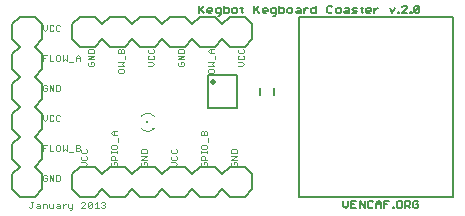
<source format=gto>
G75*
G70*
%OFA0B0*%
%FSLAX24Y24*%
%IPPOS*%
%LPD*%
%AMOC8*
5,1,8,0,0,1.08239X$1,22.5*
%
%ADD10C,0.0040*%
%ADD11C,0.0050*%
%ADD12C,0.0080*%
%ADD13R,0.0079X0.0079*%
%ADD14R,0.0059X0.0098*%
%ADD15C,0.0060*%
%ADD16C,0.0197*%
D10*
X001170Y000353D02*
X001203Y000320D01*
X001237Y000320D01*
X001270Y000353D01*
X001270Y000520D01*
X001237Y000520D02*
X001303Y000520D01*
X001424Y000453D02*
X001491Y000453D01*
X001524Y000420D01*
X001524Y000320D01*
X001424Y000320D01*
X001391Y000353D01*
X001424Y000387D01*
X001524Y000387D01*
X001612Y000320D02*
X001612Y000453D01*
X001712Y000453D01*
X001745Y000420D01*
X001745Y000320D01*
X001833Y000353D02*
X001866Y000320D01*
X001966Y000320D01*
X001966Y000453D01*
X002087Y000453D02*
X002154Y000453D01*
X002187Y000420D01*
X002187Y000320D01*
X002087Y000320D01*
X002054Y000353D01*
X002087Y000387D01*
X002187Y000387D01*
X002275Y000387D02*
X002342Y000453D01*
X002375Y000453D01*
X002459Y000453D02*
X002459Y000353D01*
X002492Y000320D01*
X002593Y000320D01*
X002593Y000287D02*
X002559Y000253D01*
X002526Y000253D01*
X002593Y000287D02*
X002593Y000453D01*
X002901Y000487D02*
X002934Y000520D01*
X003001Y000520D01*
X003035Y000487D01*
X003035Y000453D01*
X002901Y000320D01*
X003035Y000320D01*
X003122Y000353D02*
X003256Y000487D01*
X003256Y000353D01*
X003222Y000320D01*
X003155Y000320D01*
X003122Y000353D01*
X003122Y000487D01*
X003155Y000520D01*
X003222Y000520D01*
X003256Y000487D01*
X003343Y000453D02*
X003410Y000520D01*
X003410Y000320D01*
X003476Y000320D02*
X003343Y000320D01*
X003564Y000353D02*
X003597Y000320D01*
X003664Y000320D01*
X003697Y000353D01*
X003697Y000387D01*
X003664Y000420D01*
X003631Y000420D01*
X003664Y000420D02*
X003697Y000453D01*
X003697Y000487D01*
X003664Y000520D01*
X003597Y000520D01*
X003564Y000487D01*
X002275Y000453D02*
X002275Y000320D01*
X001833Y000353D02*
X001833Y000453D01*
X001841Y001220D02*
X001841Y001420D01*
X001974Y001220D01*
X001974Y001420D01*
X002062Y001420D02*
X002162Y001420D01*
X002195Y001387D01*
X002195Y001253D01*
X002162Y001220D01*
X002062Y001220D01*
X002062Y001420D01*
X001753Y001387D02*
X001720Y001420D01*
X001653Y001420D01*
X001620Y001387D01*
X001620Y001253D01*
X001653Y001220D01*
X001720Y001220D01*
X001753Y001253D01*
X001753Y001320D01*
X001687Y001320D01*
X002880Y001720D02*
X003013Y001720D01*
X003080Y001787D01*
X003013Y001853D01*
X002880Y001853D01*
X002913Y001941D02*
X003047Y001941D01*
X003080Y001974D01*
X003080Y002041D01*
X003047Y002074D01*
X003047Y002162D02*
X002913Y002162D01*
X002880Y002195D01*
X002880Y002262D01*
X002913Y002295D01*
X002858Y002287D02*
X002858Y002253D01*
X002825Y002220D01*
X002725Y002220D01*
X002725Y002420D01*
X002825Y002420D01*
X002858Y002387D01*
X002858Y002353D01*
X002825Y002320D01*
X002725Y002320D01*
X002825Y002320D02*
X002858Y002287D01*
X003047Y002295D02*
X003080Y002262D01*
X003080Y002195D01*
X003047Y002162D01*
X002913Y002074D02*
X002880Y002041D01*
X002880Y001974D01*
X002913Y001941D01*
X002637Y002187D02*
X002504Y002187D01*
X002416Y002220D02*
X002416Y002420D01*
X002283Y002420D02*
X002283Y002220D01*
X002350Y002287D01*
X002416Y002220D01*
X002195Y002253D02*
X002195Y002387D01*
X002162Y002420D01*
X002095Y002420D01*
X002062Y002387D01*
X002062Y002253D01*
X002095Y002220D01*
X002162Y002220D01*
X002195Y002253D01*
X001974Y002220D02*
X001841Y002220D01*
X001841Y002420D01*
X001753Y002420D02*
X001620Y002420D01*
X001620Y002220D01*
X001620Y002320D02*
X001687Y002320D01*
X003880Y002343D02*
X003913Y002309D01*
X004047Y002309D01*
X004080Y002343D01*
X004080Y002409D01*
X004047Y002443D01*
X003913Y002443D01*
X003880Y002409D01*
X003880Y002343D01*
X003880Y002229D02*
X003880Y002162D01*
X003880Y002195D02*
X004080Y002195D01*
X004080Y002162D02*
X004080Y002229D01*
X003980Y002074D02*
X004013Y002041D01*
X004013Y001941D01*
X004080Y001941D02*
X003880Y001941D01*
X003880Y002041D01*
X003913Y002074D01*
X003980Y002074D01*
X003980Y001853D02*
X003980Y001787D01*
X003980Y001853D02*
X004047Y001853D01*
X004080Y001820D01*
X004080Y001753D01*
X004047Y001720D01*
X003913Y001720D01*
X003880Y001753D01*
X003880Y001820D01*
X003913Y001853D01*
X004880Y001820D02*
X004880Y001753D01*
X004913Y001720D01*
X005047Y001720D01*
X005080Y001753D01*
X005080Y001820D01*
X005047Y001853D01*
X004980Y001853D01*
X004980Y001787D01*
X004913Y001853D02*
X004880Y001820D01*
X004880Y001941D02*
X005080Y002074D01*
X004880Y002074D01*
X004880Y002162D02*
X004880Y002262D01*
X004913Y002295D01*
X005047Y002295D01*
X005080Y002262D01*
X005080Y002162D01*
X004880Y002162D01*
X004880Y001941D02*
X005080Y001941D01*
X005880Y001974D02*
X005913Y001941D01*
X006047Y001941D01*
X006080Y001974D01*
X006080Y002041D01*
X006047Y002074D01*
X006047Y002162D02*
X005913Y002162D01*
X005880Y002195D01*
X005880Y002262D01*
X005913Y002295D01*
X006047Y002295D02*
X006080Y002262D01*
X006080Y002195D01*
X006047Y002162D01*
X005913Y002074D02*
X005880Y002041D01*
X005880Y001974D01*
X005880Y001853D02*
X006013Y001853D01*
X006080Y001787D01*
X006013Y001720D01*
X005880Y001720D01*
X006880Y001753D02*
X006913Y001720D01*
X007047Y001720D01*
X007080Y001753D01*
X007080Y001820D01*
X007047Y001853D01*
X006980Y001853D01*
X006980Y001787D01*
X006913Y001853D02*
X006880Y001820D01*
X006880Y001753D01*
X006880Y001941D02*
X006880Y002041D01*
X006913Y002074D01*
X006980Y002074D01*
X007013Y002041D01*
X007013Y001941D01*
X007080Y001941D02*
X006880Y001941D01*
X006880Y002162D02*
X006880Y002229D01*
X006880Y002195D02*
X007080Y002195D01*
X007080Y002162D02*
X007080Y002229D01*
X007047Y002309D02*
X006913Y002309D01*
X006880Y002343D01*
X006880Y002409D01*
X006913Y002443D01*
X007047Y002443D01*
X007080Y002409D01*
X007080Y002343D01*
X007047Y002309D01*
X007113Y002530D02*
X007113Y002664D01*
X007080Y002751D02*
X006880Y002751D01*
X006880Y002851D01*
X006913Y002885D01*
X006947Y002885D01*
X006980Y002851D01*
X006980Y002751D01*
X007080Y002751D02*
X007080Y002851D01*
X007047Y002885D01*
X007013Y002885D01*
X006980Y002851D01*
X007880Y002262D02*
X007913Y002295D01*
X008047Y002295D01*
X008080Y002262D01*
X008080Y002162D01*
X007880Y002162D01*
X007880Y002262D01*
X007880Y002074D02*
X008080Y002074D01*
X007880Y001941D01*
X008080Y001941D01*
X008047Y001853D02*
X007980Y001853D01*
X007980Y001787D01*
X008047Y001853D02*
X008080Y001820D01*
X008080Y001753D01*
X008047Y001720D01*
X007913Y001720D01*
X007880Y001753D01*
X007880Y001820D01*
X007913Y001853D01*
X005317Y003397D02*
X005294Y003420D01*
X005268Y003440D01*
X005240Y003457D01*
X005211Y003471D01*
X005180Y003482D01*
X005149Y003489D01*
X005116Y003493D01*
X005084Y003493D01*
X005051Y003489D01*
X005020Y003482D01*
X004989Y003471D01*
X004960Y003457D01*
X004932Y003440D01*
X004906Y003420D01*
X004883Y003397D01*
X004883Y003003D02*
X004906Y002980D01*
X004932Y002960D01*
X004960Y002943D01*
X004989Y002929D01*
X005020Y002918D01*
X005051Y002911D01*
X005084Y002907D01*
X005116Y002907D01*
X005149Y002911D01*
X005180Y002918D01*
X005211Y002929D01*
X005240Y002943D01*
X005268Y002960D01*
X005294Y002980D01*
X005317Y003003D01*
X004080Y002885D02*
X003947Y002885D01*
X003880Y002818D01*
X003947Y002751D01*
X004080Y002751D01*
X004113Y002664D02*
X004113Y002530D01*
X003980Y002751D02*
X003980Y002885D01*
X002195Y003253D02*
X002162Y003220D01*
X002095Y003220D01*
X002062Y003253D01*
X002062Y003387D01*
X002095Y003420D01*
X002162Y003420D01*
X002195Y003387D01*
X001974Y003387D02*
X001941Y003420D01*
X001874Y003420D01*
X001841Y003387D01*
X001841Y003253D01*
X001874Y003220D01*
X001941Y003220D01*
X001974Y003253D01*
X001753Y003287D02*
X001753Y003420D01*
X001620Y003420D02*
X001620Y003287D01*
X001687Y003220D01*
X001753Y003287D01*
X001720Y004220D02*
X001653Y004220D01*
X001620Y004253D01*
X001620Y004387D01*
X001653Y004420D01*
X001720Y004420D01*
X001753Y004387D01*
X001753Y004320D02*
X001687Y004320D01*
X001753Y004320D02*
X001753Y004253D01*
X001720Y004220D01*
X001841Y004220D02*
X001841Y004420D01*
X001974Y004220D01*
X001974Y004420D01*
X002062Y004420D02*
X002162Y004420D01*
X002195Y004387D01*
X002195Y004253D01*
X002162Y004220D01*
X002062Y004220D01*
X002062Y004420D01*
X003120Y005090D02*
X003153Y005057D01*
X003287Y005057D01*
X003320Y005090D01*
X003320Y005157D01*
X003287Y005190D01*
X003220Y005190D01*
X003220Y005124D01*
X003153Y005190D02*
X003120Y005157D01*
X003120Y005090D01*
X002858Y005220D02*
X002858Y005353D01*
X002792Y005420D01*
X002725Y005353D01*
X002725Y005220D01*
X002637Y005187D02*
X002504Y005187D01*
X002416Y005220D02*
X002416Y005420D01*
X002283Y005420D02*
X002283Y005220D01*
X002350Y005287D01*
X002416Y005220D01*
X002725Y005320D02*
X002858Y005320D01*
X003120Y005278D02*
X003320Y005411D01*
X003120Y005411D01*
X003120Y005499D02*
X003120Y005599D01*
X003153Y005632D01*
X003287Y005632D01*
X003320Y005599D01*
X003320Y005499D01*
X003120Y005499D01*
X003120Y005278D02*
X003320Y005278D01*
X004120Y005190D02*
X004320Y005190D01*
X004253Y005124D01*
X004320Y005057D01*
X004120Y005057D01*
X004153Y004969D02*
X004120Y004936D01*
X004120Y004869D01*
X004153Y004836D01*
X004287Y004836D01*
X004320Y004869D01*
X004320Y004936D01*
X004287Y004969D01*
X004153Y004969D01*
X004353Y005278D02*
X004353Y005411D01*
X004320Y005499D02*
X004120Y005499D01*
X004120Y005599D01*
X004153Y005632D01*
X004187Y005632D01*
X004220Y005599D01*
X004220Y005499D01*
X004320Y005499D02*
X004320Y005599D01*
X004287Y005632D01*
X004253Y005632D01*
X004220Y005599D01*
X005120Y005599D02*
X005120Y005532D01*
X005153Y005499D01*
X005287Y005499D01*
X005320Y005532D01*
X005320Y005599D01*
X005287Y005632D01*
X005153Y005632D02*
X005120Y005599D01*
X005153Y005411D02*
X005120Y005378D01*
X005120Y005311D01*
X005153Y005278D01*
X005287Y005278D01*
X005320Y005311D01*
X005320Y005378D01*
X005287Y005411D01*
X005253Y005190D02*
X005120Y005190D01*
X005120Y005057D02*
X005253Y005057D01*
X005320Y005124D01*
X005253Y005190D01*
X006120Y005157D02*
X006120Y005090D01*
X006153Y005057D01*
X006287Y005057D01*
X006320Y005090D01*
X006320Y005157D01*
X006287Y005190D01*
X006220Y005190D01*
X006220Y005124D01*
X006153Y005190D02*
X006120Y005157D01*
X006120Y005278D02*
X006320Y005411D01*
X006120Y005411D01*
X006120Y005499D02*
X006120Y005599D01*
X006153Y005632D01*
X006287Y005632D01*
X006320Y005599D01*
X006320Y005499D01*
X006120Y005499D01*
X006120Y005278D02*
X006320Y005278D01*
X007120Y005190D02*
X007320Y005190D01*
X007253Y005124D01*
X007320Y005057D01*
X007120Y005057D01*
X007153Y004969D02*
X007120Y004936D01*
X007120Y004869D01*
X007153Y004836D01*
X007287Y004836D01*
X007320Y004869D01*
X007320Y004936D01*
X007287Y004969D01*
X007153Y004969D01*
X007353Y005278D02*
X007353Y005411D01*
X007320Y005499D02*
X007187Y005499D01*
X007120Y005566D01*
X007187Y005632D01*
X007320Y005632D01*
X007220Y005632D02*
X007220Y005499D01*
X008120Y005532D02*
X008153Y005499D01*
X008287Y005499D01*
X008320Y005532D01*
X008320Y005599D01*
X008287Y005632D01*
X008153Y005632D02*
X008120Y005599D01*
X008120Y005532D01*
X008153Y005411D02*
X008120Y005378D01*
X008120Y005311D01*
X008153Y005278D01*
X008287Y005278D01*
X008320Y005311D01*
X008320Y005378D01*
X008287Y005411D01*
X008253Y005190D02*
X008120Y005190D01*
X008120Y005057D02*
X008253Y005057D01*
X008320Y005124D01*
X008253Y005190D01*
X002195Y005253D02*
X002195Y005387D01*
X002162Y005420D01*
X002095Y005420D01*
X002062Y005387D01*
X002062Y005253D01*
X002095Y005220D01*
X002162Y005220D01*
X002195Y005253D01*
X001974Y005220D02*
X001841Y005220D01*
X001841Y005420D01*
X001753Y005420D02*
X001620Y005420D01*
X001620Y005220D01*
X001620Y005320D02*
X001687Y005320D01*
X001687Y006220D02*
X001753Y006287D01*
X001753Y006420D01*
X001841Y006387D02*
X001841Y006253D01*
X001874Y006220D01*
X001941Y006220D01*
X001974Y006253D01*
X002062Y006253D02*
X002095Y006220D01*
X002162Y006220D01*
X002195Y006253D01*
X002062Y006253D02*
X002062Y006387D01*
X002095Y006420D01*
X002162Y006420D01*
X002195Y006387D01*
X001974Y006387D02*
X001941Y006420D01*
X001874Y006420D01*
X001841Y006387D01*
X001620Y006420D02*
X001620Y006287D01*
X001687Y006220D01*
D11*
X006825Y006825D02*
X006825Y007075D01*
X006867Y006950D02*
X006992Y006825D01*
X007101Y006867D02*
X007101Y006950D01*
X007143Y006992D01*
X007226Y006992D01*
X007268Y006950D01*
X007268Y006908D01*
X007101Y006908D01*
X007101Y006867D02*
X007143Y006825D01*
X007226Y006825D01*
X007377Y006867D02*
X007419Y006825D01*
X007544Y006825D01*
X007544Y006783D02*
X007544Y006992D01*
X007419Y006992D01*
X007377Y006950D01*
X007377Y006867D01*
X007461Y006742D02*
X007503Y006742D01*
X007544Y006783D01*
X007654Y006825D02*
X007779Y006825D01*
X007821Y006867D01*
X007821Y006950D01*
X007779Y006992D01*
X007654Y006992D01*
X007654Y007075D02*
X007654Y006825D01*
X007930Y006867D02*
X007972Y006825D01*
X008055Y006825D01*
X008097Y006867D01*
X008097Y006950D01*
X008055Y006992D01*
X007972Y006992D01*
X007930Y006950D01*
X007930Y006867D01*
X008206Y006992D02*
X008290Y006992D01*
X008248Y007034D02*
X008248Y006867D01*
X008290Y006825D01*
X008667Y006825D02*
X008667Y007075D01*
X008708Y006950D02*
X008833Y006825D01*
X008943Y006867D02*
X008943Y006950D01*
X008985Y006992D01*
X009068Y006992D01*
X009110Y006950D01*
X009110Y006908D01*
X008943Y006908D01*
X008943Y006867D02*
X008985Y006825D01*
X009068Y006825D01*
X009219Y006867D02*
X009261Y006825D01*
X009386Y006825D01*
X009386Y006783D02*
X009386Y006992D01*
X009261Y006992D01*
X009219Y006950D01*
X009219Y006867D01*
X009302Y006742D02*
X009344Y006742D01*
X009386Y006783D01*
X009495Y006825D02*
X009620Y006825D01*
X009662Y006867D01*
X009662Y006950D01*
X009620Y006992D01*
X009495Y006992D01*
X009495Y007075D02*
X009495Y006825D01*
X009772Y006867D02*
X009813Y006825D01*
X009897Y006825D01*
X009938Y006867D01*
X009938Y006950D01*
X009897Y006992D01*
X009813Y006992D01*
X009772Y006950D01*
X009772Y006867D01*
X010048Y006867D02*
X010089Y006908D01*
X010215Y006908D01*
X010215Y006950D02*
X010215Y006825D01*
X010089Y006825D01*
X010048Y006867D01*
X010324Y006908D02*
X010407Y006992D01*
X010449Y006992D01*
X010554Y006950D02*
X010596Y006992D01*
X010721Y006992D01*
X010721Y007075D02*
X010721Y006825D01*
X010596Y006825D01*
X010554Y006867D01*
X010554Y006950D01*
X010324Y006992D02*
X010324Y006825D01*
X010215Y006950D02*
X010173Y006992D01*
X010089Y006992D01*
X011107Y007034D02*
X011107Y006867D01*
X011148Y006825D01*
X011232Y006825D01*
X011273Y006867D01*
X011383Y006867D02*
X011425Y006825D01*
X011508Y006825D01*
X011550Y006867D01*
X011550Y006950D01*
X011508Y006992D01*
X011425Y006992D01*
X011383Y006950D01*
X011383Y006867D01*
X011659Y006867D02*
X011701Y006908D01*
X011826Y006908D01*
X011826Y006950D02*
X011826Y006825D01*
X011701Y006825D01*
X011659Y006867D01*
X011935Y006825D02*
X012060Y006825D01*
X012102Y006867D01*
X012060Y006908D01*
X011977Y006908D01*
X011935Y006950D01*
X011977Y006992D01*
X012102Y006992D01*
X012212Y006992D02*
X012295Y006992D01*
X012253Y007034D02*
X012253Y006867D01*
X012295Y006825D01*
X012396Y006867D02*
X012396Y006950D01*
X012437Y006992D01*
X012521Y006992D01*
X012563Y006950D01*
X012563Y006908D01*
X012396Y006908D01*
X012396Y006867D02*
X012437Y006825D01*
X012521Y006825D01*
X012672Y006825D02*
X012672Y006992D01*
X012755Y006992D02*
X012797Y006992D01*
X012755Y006992D02*
X012672Y006908D01*
X013178Y006992D02*
X013262Y006825D01*
X013345Y006992D01*
X013593Y007034D02*
X013634Y007075D01*
X013718Y007075D01*
X013760Y007034D01*
X013760Y006992D01*
X013593Y006825D01*
X013760Y006825D01*
X013869Y006825D02*
X013911Y006825D01*
X013911Y006867D01*
X013869Y006867D01*
X013869Y006825D01*
X014007Y006867D02*
X014174Y007034D01*
X014174Y006867D01*
X014132Y006825D01*
X014049Y006825D01*
X014007Y006867D01*
X014007Y007034D01*
X014049Y007075D01*
X014132Y007075D01*
X014174Y007034D01*
X013496Y006867D02*
X013496Y006825D01*
X013455Y006825D01*
X013455Y006867D01*
X013496Y006867D01*
X011826Y006950D02*
X011784Y006992D01*
X011701Y006992D01*
X011273Y007034D02*
X011232Y007075D01*
X011148Y007075D01*
X011107Y007034D01*
X008833Y007075D02*
X008667Y006908D01*
X006992Y007075D02*
X006825Y006908D01*
X011625Y000575D02*
X011625Y000408D01*
X011708Y000325D01*
X011792Y000408D01*
X011792Y000575D01*
X011901Y000575D02*
X011901Y000325D01*
X012068Y000325D01*
X012177Y000325D02*
X012177Y000575D01*
X012344Y000325D01*
X012344Y000575D01*
X012454Y000534D02*
X012454Y000367D01*
X012495Y000325D01*
X012579Y000325D01*
X012621Y000367D01*
X012730Y000325D02*
X012730Y000492D01*
X012813Y000575D01*
X012897Y000492D01*
X012897Y000325D01*
X013006Y000325D02*
X013006Y000575D01*
X013173Y000575D01*
X013090Y000450D02*
X013006Y000450D01*
X012897Y000450D02*
X012730Y000450D01*
X012621Y000534D02*
X012579Y000575D01*
X012495Y000575D01*
X012454Y000534D01*
X012068Y000575D02*
X011901Y000575D01*
X011901Y000450D02*
X011985Y000450D01*
X013282Y000367D02*
X013282Y000325D01*
X013324Y000325D01*
X013324Y000367D01*
X013282Y000367D01*
X013421Y000367D02*
X013462Y000325D01*
X013546Y000325D01*
X013587Y000367D01*
X013587Y000534D01*
X013546Y000575D01*
X013462Y000575D01*
X013421Y000534D01*
X013421Y000367D01*
X013697Y000408D02*
X013822Y000408D01*
X013864Y000450D01*
X013864Y000534D01*
X013822Y000575D01*
X013697Y000575D01*
X013697Y000325D01*
X013780Y000408D02*
X013864Y000325D01*
X013973Y000367D02*
X014015Y000325D01*
X014098Y000325D01*
X014140Y000367D01*
X014140Y000450D01*
X014056Y000450D01*
X013973Y000367D02*
X013973Y000534D01*
X014015Y000575D01*
X014098Y000575D01*
X014140Y000534D01*
D12*
X015281Y000700D02*
X015281Y006700D01*
X010163Y006700D01*
X010163Y000700D01*
X015281Y000700D01*
X008600Y000950D02*
X008600Y001450D01*
X008350Y001700D01*
X007850Y001700D01*
X007600Y001450D01*
X007350Y001700D01*
X006850Y001700D01*
X006600Y001450D01*
X006350Y001700D01*
X005850Y001700D01*
X005600Y001450D01*
X005350Y001700D01*
X004850Y001700D01*
X004600Y001450D01*
X004350Y001700D01*
X003850Y001700D01*
X003600Y001450D01*
X003350Y001700D01*
X002850Y001700D01*
X002600Y001450D01*
X002600Y000950D01*
X002850Y000700D01*
X003350Y000700D01*
X003600Y000950D01*
X003850Y000700D01*
X004350Y000700D01*
X004600Y000950D01*
X004850Y000700D01*
X005350Y000700D01*
X005600Y000950D01*
X005850Y000700D01*
X006350Y000700D01*
X006600Y000950D01*
X006850Y000700D01*
X007350Y000700D01*
X007600Y000950D01*
X007850Y000700D01*
X008350Y000700D01*
X008600Y000950D01*
X008092Y003649D02*
X007108Y003649D01*
X007108Y004751D01*
X008092Y004751D01*
X008092Y003649D01*
X007850Y005700D02*
X007600Y005950D01*
X007350Y005700D01*
X006850Y005700D01*
X006600Y005950D01*
X006350Y005700D01*
X005850Y005700D01*
X005600Y005950D01*
X005350Y005700D01*
X004850Y005700D01*
X004600Y005950D01*
X004350Y005700D01*
X003850Y005700D01*
X003600Y005950D01*
X003350Y005700D01*
X002850Y005700D01*
X002600Y005950D01*
X002600Y006450D01*
X002850Y006700D01*
X003350Y006700D01*
X003600Y006450D01*
X003850Y006700D01*
X004350Y006700D01*
X004600Y006450D01*
X004850Y006700D01*
X005350Y006700D01*
X005600Y006450D01*
X005850Y006700D01*
X006350Y006700D01*
X006600Y006450D01*
X006850Y006700D01*
X007350Y006700D01*
X007600Y006450D01*
X007850Y006700D01*
X008350Y006700D01*
X008600Y006450D01*
X008600Y005950D01*
X008350Y005700D01*
X007850Y005700D01*
X001600Y005450D02*
X001600Y004950D01*
X001350Y004700D01*
X001600Y004450D01*
X001600Y003950D01*
X001350Y003700D01*
X001600Y003450D01*
X001600Y002950D01*
X001350Y002700D01*
X001600Y002450D01*
X001600Y001950D01*
X001350Y001700D01*
X001600Y001450D01*
X001600Y000950D01*
X001350Y000700D01*
X000850Y000700D01*
X000600Y000950D01*
X000600Y001450D01*
X000850Y001700D01*
X000600Y001950D01*
X000600Y002450D01*
X000850Y002700D01*
X000600Y002950D01*
X000600Y003450D01*
X000850Y003700D01*
X000600Y003950D01*
X000600Y004450D01*
X000850Y004700D01*
X000600Y004950D01*
X000600Y005450D01*
X000850Y005700D01*
X000600Y005950D01*
X000600Y006450D01*
X000850Y006700D01*
X001350Y006700D01*
X001600Y006450D01*
X001600Y005950D01*
X001350Y005700D01*
X001600Y005450D01*
D13*
X005100Y003200D03*
D14*
X005307Y002974D03*
D15*
X008864Y004082D02*
X008864Y004318D01*
X009336Y004318D02*
X009336Y004082D01*
D16*
X007285Y004535D03*
M02*

</source>
